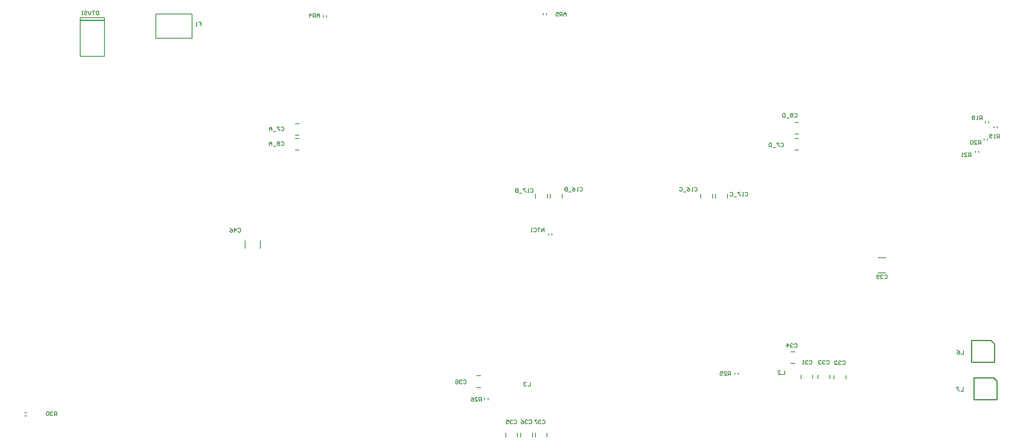
<source format=gbr>
%FSTAX23Y23*%
%MOIN*%
%SFA1B1*%

%IPPOS*%
%ADD87C,0.007874*%
%ADD89C,0.010000*%
%ADD94C,0.005905*%
%LNlv1_legend_bot-1*%
%LPD*%
G54D87*
X01651Y04177D02*
X0175D01*
X01651Y03862D02*
Y04177D01*
Y03862D02*
X01848D01*
Y04177*
X0175D02*
X01848D01*
X03394Y03222D02*
X03425D01*
X03394Y03317D02*
X03425D01*
X08986Y03322D02*
Y03337D01*
X09013Y03322D02*
Y03337D01*
X09083Y03282D02*
Y03297D01*
X09056Y03282D02*
Y03297D01*
X09003Y03182D02*
Y03197D01*
X08976Y03182D02*
Y03197D01*
X08933Y03082D02*
Y03097D01*
X08906Y03082D02*
Y03097D01*
X01202Y00973D02*
X01217D01*
X01202Y00946D02*
X01217D01*
X04956Y01077D02*
Y01093D01*
X04928Y01077D02*
Y01093D01*
X06985Y01283D02*
Y01298D01*
X06957Y01283D02*
Y01298D01*
X05099Y00777D02*
Y00809D01*
X05194Y00777D02*
Y00809D01*
X05222Y00778D02*
Y00809D01*
X05316Y00778D02*
Y00809D01*
X0534Y00777D02*
Y00809D01*
X05435Y00777D02*
Y00809D01*
X04864Y01272D02*
X04896D01*
X04864Y01178D02*
X04896D01*
X07493Y01249D02*
Y01281D01*
X07587Y01249D02*
Y01281D01*
X07762Y01246D02*
Y01277D01*
X07856Y01246D02*
Y01277D01*
X07632Y01249D02*
Y01281D01*
X07726Y01249D02*
Y01281D01*
X07412Y01467D02*
X07444D01*
X07412Y01373D02*
X07444D01*
X08118Y02231D02*
X08181D01*
X08118Y02108D02*
X08181D01*
X02988Y02308D02*
Y02371D01*
X03111Y02308D02*
Y02371D01*
X05473Y02412D02*
Y02427D01*
X05446Y02412D02*
Y02427D01*
X05431Y04199D02*
Y04214D01*
X05404Y04199D02*
Y04214D01*
X03647Y04181D02*
Y04196D01*
X0362Y04181D02*
Y04196D01*
X02556Y04011D02*
Y0411D01*
X02263Y04011D02*
X02556D01*
X02263D02*
Y04208D01*
X02556*
Y0411D02*
Y04208D01*
X03394Y03102D02*
X03425D01*
X03394Y03197D02*
X03425D01*
X07444Y03102D02*
X07475D01*
X07444Y03197D02*
X07475D01*
X07444Y03232D02*
X07475D01*
X07444Y03327D02*
X07475D01*
X06682Y02714D02*
Y02745D01*
X06777Y02714D02*
Y02745D01*
X05462Y02714D02*
Y02745D01*
X05557Y02714D02*
Y02745D01*
X05342Y02714D02*
Y02745D01*
X05437Y02714D02*
Y02745D01*
X06802Y02714D02*
Y02745D01*
X06897Y02714D02*
Y02745D01*
G54D89*
X01651Y04155D02*
X01848D01*
X0906Y01383D02*
Y01532D01*
X08875Y01383D02*
X0906D01*
X08875D02*
Y0156D01*
X09032*
X0906Y01532*
X0908Y01079D02*
Y01229D01*
X08895Y01079D02*
X0908D01*
X08895D02*
Y01257D01*
X09053*
X0908Y01229*
G54D94*
X018Y04231D02*
Y042D01*
X01784*
X01779Y04205*
Y04226*
X01784Y04231*
X018*
X01768D02*
X01747D01*
X01758*
Y042*
X01737Y04231D02*
Y0421D01*
X01726Y042*
X01716Y0421*
Y04231*
X01684Y04226D02*
X01689Y04231D01*
X017*
X01705Y04226*
Y0422*
X017Y04215*
X01689*
X01684Y0421*
Y04205*
X01689Y042*
X017*
X01705Y04205*
X01674Y042D02*
X01663D01*
X01668*
Y04231*
X01674Y04226*
X0881Y0148D02*
Y01448D01*
X08789*
X08758Y0148D02*
X08768Y01475D01*
X08779Y01464*
Y01454*
X08773Y01448*
X08763*
X08758Y01454*
Y01459*
X08763Y01464*
X08779*
X08807Y01179D02*
Y01147D01*
X08786*
X08775Y01179D02*
X08755D01*
Y01173*
X08775Y01152*
Y01147*
X02609Y04141D02*
X0263D01*
Y04125*
X02619*
X0263*
Y0411*
X02598D02*
X02588D01*
X02593*
Y04141*
X02598Y04136*
X0359Y0418D02*
Y042D01*
X03579Y04211*
X03569Y042*
Y0418*
Y04195*
X0359*
X03558Y0418D02*
Y04211D01*
X03542*
X03537Y04206*
Y04195*
X03542Y0419*
X03558*
X03548D02*
X03537Y0418D01*
X03511D02*
Y04211D01*
X03527Y04195*
X03506*
X05589Y0419D02*
Y0421D01*
X05579Y04221*
X05569Y0421*
Y0419*
Y04205*
X05589*
X05558Y0419D02*
Y04221D01*
X05542*
X05537Y04216*
Y04205*
X05542Y042*
X05558*
X05548D02*
X05537Y0419D01*
X05506Y04221D02*
X05527D01*
Y04205*
X05516Y0421*
X05511*
X05506Y04205*
Y04195*
X05511Y0419*
X05521*
X05527Y04195*
X0541Y0244D02*
Y02471D01*
X05389Y0244*
Y02471*
X05378D02*
X05357D01*
X05368*
Y0244*
X05326Y02466D02*
X05331Y02471D01*
X05341*
X05347Y02466*
Y02445*
X05341Y0244*
X05331*
X05326Y02445*
X05315Y0244D02*
X05305D01*
X0531*
Y02471*
X05315Y02466*
X02928Y02464D02*
X02933Y02469D01*
X02944*
X02949Y02464*
Y02443*
X02944Y02438*
X02933*
X02928Y02443*
X02902Y02438D02*
Y02469D01*
X02918Y02454*
X02897*
X02865Y02469D02*
X02876Y02464D01*
X02886Y02454*
Y02443*
X02881Y02438*
X0287*
X02865Y02443*
Y02448*
X0287Y02454*
X02886*
X08169Y02086D02*
X08174Y02091D01*
X08184*
X0819Y02086*
Y02065*
X08184Y0206*
X08174*
X08169Y02065*
X08158Y02086D02*
X08153Y02091D01*
X08142*
X08137Y02086*
Y0208*
X08142Y02075*
X08148*
X08142*
X08137Y0207*
Y02065*
X08142Y0206*
X08153*
X08158Y02065*
X08127D02*
X08121Y0206D01*
X08111*
X08106Y02065*
Y02086*
X08111Y02091*
X08121*
X08127Y02086*
Y0208*
X08121Y02075*
X08106*
X07438Y01528D02*
X07444Y01533D01*
X07454*
X07459Y01528*
Y01507*
X07454Y01502*
X07444*
X07438Y01507*
X07428Y01528D02*
X07423Y01533D01*
X07412*
X07407Y01528*
Y01523*
X07412Y01518*
X07417*
X07412*
X07407Y01512*
Y01507*
X07412Y01502*
X07423*
X07428Y01507*
X07381Y01502D02*
Y01533D01*
X07396Y01518*
X07375*
X07698Y01391D02*
X07703Y01397D01*
X07714*
X07719Y01391*
Y0137*
X07714Y01365*
X07703*
X07698Y0137*
X07688Y01391D02*
X07682Y01397D01*
X07672*
X07667Y01391*
Y01386*
X07672Y01381*
X07677*
X07672*
X07667Y01376*
Y0137*
X07672Y01365*
X07682*
X07688Y0137*
X07656Y01391D02*
X07651Y01397D01*
X0764*
X07635Y01391*
Y01386*
X0764Y01381*
X07646*
X0764*
X07635Y01376*
Y0137*
X0764Y01365*
X07651*
X07656Y0137*
X07828Y01388D02*
X07833Y01394D01*
X07844*
X07849Y01388*
Y01367*
X07844Y01362*
X07833*
X07828Y01367*
X07817Y01388D02*
X07812Y01394D01*
X07802*
X07796Y01388*
Y01383*
X07802Y01378*
X07807*
X07802*
X07796Y01373*
Y01367*
X07802Y01362*
X07812*
X07817Y01367*
X07765Y01362D02*
X07786D01*
X07765Y01383*
Y01388*
X0777Y01394*
X07781*
X07786Y01388*
X07559Y01391D02*
X07564Y01397D01*
X07575*
X0758Y01391*
Y0137*
X07575Y01365*
X07564*
X07559Y0137*
X07549Y01391D02*
X07543Y01397D01*
X07533*
X07528Y01391*
Y01386*
X07533Y01381*
X07538*
X07533*
X07528Y01376*
Y0137*
X07533Y01365*
X07543*
X07549Y0137*
X07517Y01365D02*
X07507D01*
X07512*
Y01397*
X07517Y01391*
X04756Y01234D02*
X04761Y01239D01*
X04772*
X04777Y01234*
Y01213*
X04772Y01208*
X04761*
X04756Y01213*
X04746Y01234D02*
X0474Y01239D01*
X0473*
X04725Y01234*
Y01229*
X0473Y01224*
X04735*
X0473*
X04725Y01218*
Y01213*
X0473Y01208*
X0474*
X04746Y01213*
X04714Y01234D02*
X04709Y01239D01*
X04698*
X04693Y01234*
Y01229*
X04698Y01224*
X04693Y01218*
Y01213*
X04698Y01208*
X04709*
X04714Y01213*
Y01218*
X04709Y01224*
X04714Y01229*
Y01234*
X04709Y01224D02*
X04698D01*
X05397Y00909D02*
X05402Y00914D01*
X05412*
X05418Y00909*
Y00888*
X05412Y00883*
X05402*
X05397Y00888*
X05386Y00909D02*
X05381Y00914D01*
X0537*
X05365Y00909*
Y00904*
X0537Y00899*
X05376*
X0537*
X05365Y00893*
Y00888*
X0537Y00883*
X05381*
X05386Y00888*
X05355Y00914D02*
X05334D01*
Y00909*
X05355Y00888*
Y00883*
X05288Y0091D02*
X05293Y00915D01*
X05304*
X05309Y0091*
Y00889*
X05304Y00884*
X05293*
X05288Y00889*
X05278Y0091D02*
X05272Y00915D01*
X05262*
X05257Y0091*
Y00905*
X05262Y00899*
X05267*
X05262*
X05257Y00894*
Y00889*
X05262Y00884*
X05272*
X05278Y00889*
X05225Y00915D02*
X05236Y0091D01*
X05246Y00899*
Y00889*
X05241Y00884*
X0523*
X05225Y00889*
Y00894*
X0523Y00899*
X05246*
X05166Y00909D02*
X05171Y00914D01*
X05182*
X05187Y00909*
Y00888*
X05182Y00883*
X05171*
X05166Y00888*
X05156Y00909D02*
X0515Y00914D01*
X0514*
X05135Y00909*
Y00904*
X0514Y00899*
X05145*
X0514*
X05135Y00893*
Y00888*
X0514Y00883*
X0515*
X05156Y00888*
X05103Y00914D02*
X05124D01*
Y00899*
X05114Y00904*
X05108*
X05103Y00899*
Y00888*
X05108Y00883*
X05119*
X05124Y00888*
X07359Y01314D02*
Y01283D01*
X07338*
X07306D02*
X07327D01*
X07306Y01304*
Y01309*
X07311Y01314*
X07322*
X07327Y01309*
X053Y01221D02*
Y0119D01*
X05279*
X05268Y01216D02*
X05263Y01221D01*
X05252*
X05247Y01216*
Y01211*
X05252Y01205*
X05258*
X05252*
X05247Y012*
Y01195*
X05252Y0119*
X05263*
X05268Y01195*
X06921Y01275D02*
Y01307D01*
X06905*
X069Y01301*
Y01291*
X06905Y01286*
X06921*
X06911D02*
X069Y01275D01*
X06869D02*
X0689D01*
X06869Y01296*
Y01301*
X06874Y01307*
X06884*
X0689Y01301*
X06837Y01307D02*
X06858D01*
Y01291*
X06848Y01296*
X06842*
X06837Y01291*
Y0128*
X06842Y01275*
X06853*
X06858Y0128*
X04903Y01066D02*
Y01098D01*
X04887*
X04882Y01092*
Y01082*
X04887Y01077*
X04903*
X04892D02*
X04882Y01066D01*
X0485D02*
X04871D01*
X0485Y01087*
Y01092*
X04855Y01098*
X04866*
X04871Y01092*
X04819Y01098D02*
X04829Y01092D01*
X0484Y01082*
Y01071*
X04834Y01066*
X04824*
X04819Y01071*
Y01077*
X04824Y01082*
X0484*
X0146Y0095D02*
Y00981D01*
X01444*
X01439Y00976*
Y00965*
X01444Y0096*
X0146*
X01449D02*
X01439Y0095D01*
X01428Y00976D02*
X01423Y00981D01*
X01412*
X01407Y00976*
Y0097*
X01412Y00965*
X01418*
X01412*
X01407Y0096*
Y00955*
X01412Y0095*
X01423*
X01428Y00955*
X01397Y00976D02*
X01391Y00981D01*
X01381*
X01376Y00976*
Y00955*
X01381Y0095*
X01391*
X01397Y00955*
Y00976*
X0887Y0305D02*
Y03081D01*
X08854*
X08849Y03076*
Y03065*
X08854Y0306*
X0887*
X08859D02*
X08849Y0305D01*
X08817D02*
X08838D01*
X08817Y0307*
Y03076*
X08822Y03081*
X08833*
X08838Y03076*
X08807Y0305D02*
X08796D01*
X08801*
Y03081*
X08807Y03076*
X0895Y0315D02*
Y03181D01*
X08934*
X08929Y03176*
Y03165*
X08934Y0316*
X0895*
X08939D02*
X08929Y0315D01*
X08897D02*
X08918D01*
X08897Y0317*
Y03176*
X08902Y03181*
X08913*
X08918Y03176*
X08887D02*
X08881Y03181D01*
X08871*
X08866Y03176*
Y03155*
X08871Y0315*
X08881*
X08887Y03155*
Y03176*
X091Y032D02*
Y03231D01*
X09084*
X09079Y03226*
Y03215*
X09084Y0321*
X091*
X09089D02*
X09079Y032D01*
X09068D02*
X09058D01*
X09063*
Y03231*
X09068Y03226*
X09042Y03205D02*
X09037Y032D01*
X09026*
X09021Y03205*
Y03226*
X09026Y03231*
X09037*
X09042Y03226*
Y0322*
X09037Y03215*
X09021*
X0896Y0335D02*
Y03381D01*
X08944*
X08939Y03376*
Y03365*
X08944Y0336*
X0896*
X08949D02*
X08939Y0335D01*
X08928D02*
X08918D01*
X08923*
Y03381*
X08928Y03376*
X08902D02*
X08897Y03381D01*
X08886*
X08881Y03376*
Y0337*
X08886Y03365*
X08881Y0336*
Y03355*
X08886Y0335*
X08897*
X08902Y03355*
Y0336*
X08897Y03365*
X08902Y0337*
Y03376*
X08897Y03365D02*
X08886D01*
X07329Y03156D02*
X07334Y03161D01*
X07344*
X0735Y03156*
Y03135*
X07344Y0313*
X07334*
X07329Y03135*
X07318Y03161D02*
X07297D01*
Y03156*
X07318Y03135*
Y0313*
X07287Y03124D02*
X07266D01*
X07255Y03161D02*
Y0313D01*
X07239*
X07234Y03135*
Y03156*
X07239Y03161*
X07255*
X03279Y03286D02*
X03284Y03291D01*
X03294*
X033Y03286*
Y03265*
X03294Y0326*
X03284*
X03279Y03265*
X03268Y03291D02*
X03247D01*
Y03286*
X03268Y03265*
Y0326*
X03237Y03254D02*
X03216D01*
X03205Y0326D02*
Y0328D01*
X03195Y03291*
X03184Y0328*
Y0326*
Y03275*
X03205*
X07439Y03396D02*
X07444Y03401D01*
X07454*
X07459Y03396*
Y03375*
X07454Y0337*
X07444*
X07439Y03375*
X07428Y03396D02*
X07423Y03401D01*
X07412*
X07407Y03396*
Y0339*
X07412Y03385*
X07407Y0338*
Y03375*
X07412Y0337*
X07423*
X07428Y03375*
Y0338*
X07423Y03385*
X07428Y0339*
Y03396*
X07423Y03385D02*
X07412D01*
X07397Y03364D02*
X07376D01*
X07365Y03401D02*
Y0337D01*
X07349*
X07344Y03375*
Y03396*
X07349Y03401*
X07365*
X03279Y03166D02*
X03284Y03171D01*
X03294*
X033Y03166*
Y03145*
X03294Y0314*
X03284*
X03279Y03145*
X03268Y03166D02*
X03263Y03171D01*
X03252*
X03247Y03166*
Y0316*
X03252Y03155*
X03247Y0315*
Y03145*
X03252Y0314*
X03263*
X03268Y03145*
Y0315*
X03263Y03155*
X03268Y0316*
Y03166*
X03263Y03155D02*
X03252D01*
X03237Y03134D02*
X03216D01*
X03205Y0314D02*
Y0316D01*
X03195Y03171*
X03184Y0316*
Y0314*
Y03155*
X03205*
X05699Y02796D02*
X05704Y02801D01*
X05714*
X05719Y02796*
Y02775*
X05714Y0277*
X05704*
X05699Y02775*
X05688Y0277D02*
X05678D01*
X05683*
Y02801*
X05688Y02796*
X05641Y02801D02*
X05651Y02796D01*
X05662Y02785*
Y02775*
X05657Y0277*
X05646*
X05641Y02775*
Y0278*
X05646Y02785*
X05662*
X0563Y02764D02*
X05609D01*
X05599Y02801D02*
Y0277D01*
X05583*
X05578Y02775*
Y0278*
X05583Y02785*
X05599*
X05583*
X05578Y0279*
Y02796*
X05583Y02801*
X05599*
X06629Y02796D02*
X06634Y02801D01*
X06644*
X0665Y02796*
Y02775*
X06644Y0277*
X06634*
X06629Y02775*
X06618Y0277D02*
X06608D01*
X06613*
Y02801*
X06618Y02796*
X06571Y02801D02*
X06581Y02796D01*
X06592Y02785*
Y02775*
X06587Y0277*
X06576*
X06571Y02775*
Y0278*
X06576Y02785*
X06592*
X0656Y02764D02*
X06539D01*
X06508Y02796D02*
X06513Y02801D01*
X06524*
X06529Y02796*
Y02775*
X06524Y0277*
X06513*
X06508Y02775*
X05299Y02786D02*
X05304Y02791D01*
X05314*
X0532Y02786*
Y02765*
X05314Y0276*
X05304*
X05299Y02765*
X05288Y0276D02*
X05278D01*
X05283*
Y02791*
X05288Y02786*
X05262Y02791D02*
X05241D01*
Y02786*
X05262Y02765*
Y0276*
X0523Y02754D02*
X05209D01*
X05199Y02791D02*
Y0276D01*
X05183*
X05178Y02765*
Y0277*
X05183Y02775*
X05199*
X05183*
X05178Y0278*
Y02786*
X05183Y02791*
X05199*
X07039Y02756D02*
X07044Y02761D01*
X07054*
X0706Y02756*
Y02735*
X07054Y0273*
X07044*
X07039Y02735*
X07028Y0273D02*
X07018D01*
X07023*
Y02761*
X07028Y02756*
X07002Y02761D02*
X06981D01*
Y02756*
X07002Y02735*
Y0273*
X0697Y02724D02*
X06949D01*
X06918Y02756D02*
X06923Y02761D01*
X06934*
X06939Y02756*
Y02735*
X06934Y0273*
X06923*
X06918Y02735*
M02*
</source>
